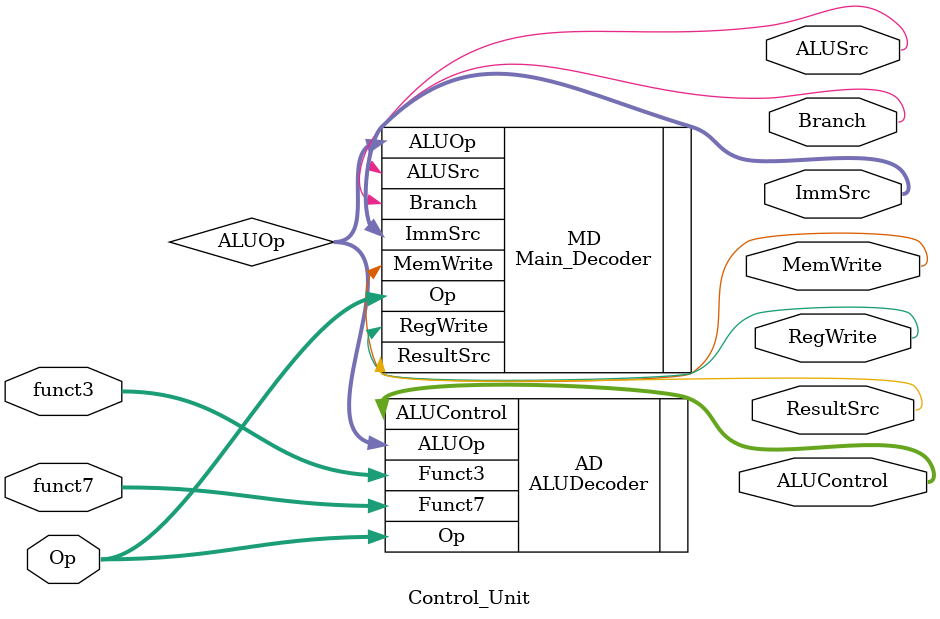
<source format=v>
`include "Main_decoder.v"
`include "ALUDecoder.v"

module Control_Unit(
    input [6:0] Op,
    input [2:0] funct3,
    input [6:0] funct7,
    output Branch,
    output RegWrite,
    output MemWrite,
    output ALUSrc,
    output [1:0] ImmSrc,
    output ResultSrc,
    output [2:0] ALUControl
);

    wire [1:0] ALUOp;

    // Instantiate Main_Decoder
    Main_Decoder MD(
        .Op(Op),
        .RegWrite(RegWrite),
        .MemWrite(MemWrite),
        .ALUSrc(ALUSrc),
        .ImmSrc(ImmSrc),
        .ResultSrc(ResultSrc),
        .Branch(Branch),
        .ALUOp(ALUOp)
    );

    // Instantiate ALUDecoder
    ALUDecoder AD(
        .ALUOp(ALUOp),
        .Op(Op),
        .Funct3(funct3),
        .Funct7(funct7),
        .ALUControl(ALUControl)
    );

endmodule

</source>
